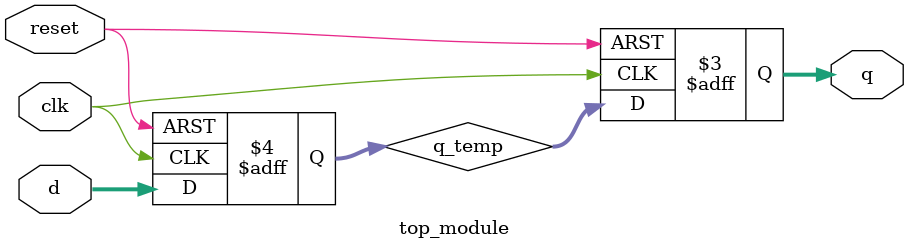
<source format=sv>
module top_module(
	input clk,
	input [7:0] d,
	input reset,
	output reg [7:0] q
);
	reg [7:0] q_temp;

	always @(negedge clk or posedge reset) begin
		if (reset) begin
			q_temp <= 8'b00110100;
		end else begin
			q_temp <= d;
		end
	end

	always @(posedge clk or posedge reset) begin
		if (reset) begin
			q <= 8'b00110100;
		end else begin
			q <= q_temp;
		end
	end
endmodule

</source>
